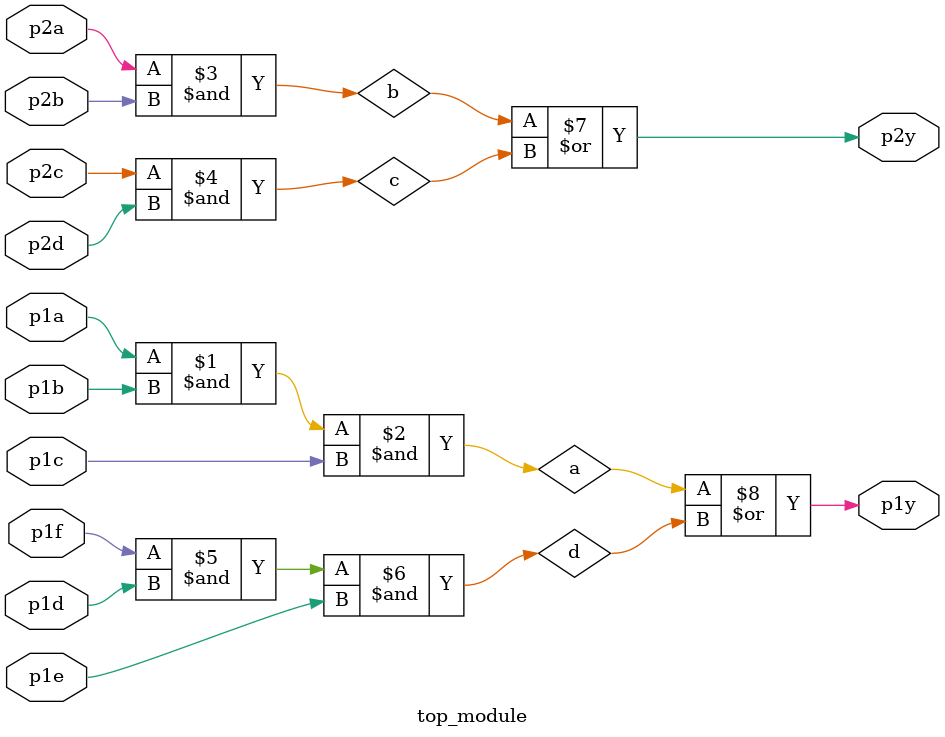
<source format=v>
module top_module ( 
    input p1a, p1b, p1c, p1d, p1e, p1f,
    output p1y,
    input p2a, p2b, p2c, p2d,
    output p2y );
wire a,b,c,d;
    assign a=p1a&p1b&p1c;
    assign b=p2a&p2b;
    assign c=p2c&p2d;
    assign d=p1f&p1d&p1e;
    assign p2y=b|c;
    assign p1y=a|d;

endmodule

</source>
